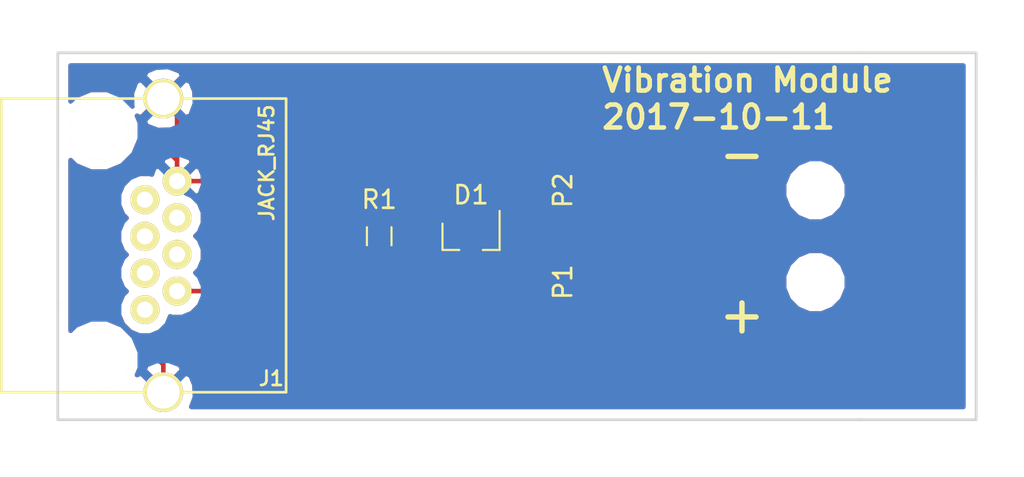
<source format=kicad_pcb>
(kicad_pcb (version 4) (host pcbnew 4.0.7)

  (general
    (links 8)
    (no_connects 0)
    (area 23.241 22.479 78.867001 48.895001)
    (thickness 1.6)
    (drawings 16)
    (tracks 27)
    (zones 0)
    (modules 7)
    (nets 3)
  )

  (page A4)
  (layers
    (0 F.Cu signal)
    (31 B.Cu signal)
    (32 B.Adhes user)
    (33 F.Adhes user)
    (34 B.Paste user)
    (35 F.Paste user)
    (36 B.SilkS user)
    (37 F.SilkS user)
    (38 B.Mask user)
    (39 F.Mask user)
    (40 Dwgs.User user)
    (41 Cmts.User user)
    (42 Eco1.User user)
    (43 Eco2.User user)
    (44 Edge.Cuts user)
    (45 Margin user)
    (46 B.CrtYd user)
    (47 F.CrtYd user)
    (48 B.Fab user)
    (49 F.Fab user)
  )

  (setup
    (last_trace_width 0.254)
    (user_trace_width 0.508)
    (user_trace_width 0.762)
    (trace_clearance 0.2032)
    (zone_clearance 0.508)
    (zone_45_only yes)
    (trace_min 0.2)
    (segment_width 0.2)
    (edge_width 0.15)
    (via_size 0.6604)
    (via_drill 0.3556)
    (via_min_size 0.4)
    (via_min_drill 0.3)
    (uvia_size 0.6604)
    (uvia_drill 0.3556)
    (uvias_allowed no)
    (uvia_min_size 0.2)
    (uvia_min_drill 0.1)
    (pcb_text_width 0.3)
    (pcb_text_size 1.5 1.5)
    (mod_edge_width 0.15)
    (mod_text_size 1 1)
    (mod_text_width 0.15)
    (pad_size 1.524 1.524)
    (pad_drill 0.762)
    (pad_to_mask_clearance 0.2)
    (aux_axis_origin 0 0)
    (visible_elements 7FFFFF7F)
    (pcbplotparams
      (layerselection 0x00030_80000001)
      (usegerberextensions false)
      (excludeedgelayer true)
      (linewidth 0.150000)
      (plotframeref false)
      (viasonmask false)
      (mode 1)
      (useauxorigin false)
      (hpglpennumber 1)
      (hpglpenspeed 20)
      (hpglpendiameter 15)
      (hpglpenoverlay 2)
      (psnegative false)
      (psa4output false)
      (plotreference true)
      (plotvalue true)
      (plotinvisibletext false)
      (padsonsilk false)
      (subtractmaskfromsilk false)
      (outputformat 1)
      (mirror false)
      (drillshape 1)
      (scaleselection 1)
      (outputdirectory ""))
  )

  (net 0 "")
  (net 1 GND)
  (net 2 "Net-(D1-Pad1)")

  (net_class Default "This is the default net class."
    (clearance 0.2032)
    (trace_width 0.254)
    (via_dia 0.6604)
    (via_drill 0.3556)
    (uvia_dia 0.6604)
    (uvia_drill 0.3556)
    (add_net GND)
    (add_net "Net-(D1-Pad1)")
  )

  (module Diodes_SMD:D_SOT-23_ANK (layer F.Cu) (tedit 59DEA3F3) (tstamp 59C416BD)
    (at 48.26 35.56 270)
    (descr "SOT-23, Single Diode")
    (tags SOT-23)
    (path /59C40E4B)
    (attr smd)
    (fp_text reference D1 (at -2.286 0 360) (layer F.SilkS)
      (effects (font (size 1 1) (thickness 0.15)))
    )
    (fp_text value D_Schottky (at 0 2.5 270) (layer F.Fab) hide
      (effects (font (size 1 1) (thickness 0.15)))
    )
    (fp_text user %R (at 0 -2.5 270) (layer F.Fab)
      (effects (font (size 1 1) (thickness 0.15)))
    )
    (fp_line (start -0.15 -0.45) (end -0.4 -0.45) (layer F.Fab) (width 0.1))
    (fp_line (start -0.15 -0.25) (end 0.15 -0.45) (layer F.Fab) (width 0.1))
    (fp_line (start -0.15 -0.65) (end -0.15 -0.25) (layer F.Fab) (width 0.1))
    (fp_line (start 0.15 -0.45) (end -0.15 -0.65) (layer F.Fab) (width 0.1))
    (fp_line (start 0.15 -0.45) (end 0.4 -0.45) (layer F.Fab) (width 0.1))
    (fp_line (start 0.15 -0.65) (end 0.15 -0.25) (layer F.Fab) (width 0.1))
    (fp_line (start 0.76 1.58) (end 0.76 0.65) (layer F.SilkS) (width 0.12))
    (fp_line (start 0.76 -1.58) (end 0.76 -0.65) (layer F.SilkS) (width 0.12))
    (fp_line (start 0.7 -1.52) (end 0.7 1.52) (layer F.Fab) (width 0.1))
    (fp_line (start -0.7 1.52) (end 0.7 1.52) (layer F.Fab) (width 0.1))
    (fp_line (start -1.7 -1.75) (end 1.7 -1.75) (layer F.CrtYd) (width 0.05))
    (fp_line (start 1.7 -1.75) (end 1.7 1.75) (layer F.CrtYd) (width 0.05))
    (fp_line (start 1.7 1.75) (end -1.7 1.75) (layer F.CrtYd) (width 0.05))
    (fp_line (start -1.7 1.75) (end -1.7 -1.75) (layer F.CrtYd) (width 0.05))
    (fp_line (start 0.76 -1.58) (end -1.4 -1.58) (layer F.SilkS) (width 0.12))
    (fp_line (start -0.7 -1.52) (end 0.7 -1.52) (layer F.Fab) (width 0.1))
    (fp_line (start -0.7 -1.52) (end -0.7 1.52) (layer F.Fab) (width 0.1))
    (fp_line (start 0.76 1.58) (end -0.7 1.58) (layer F.SilkS) (width 0.12))
    (pad 2 smd rect (at -1 -0.95 270) (size 0.9 0.8) (layers F.Cu F.Paste F.Mask)
      (net 1 GND))
    (pad "" smd rect (at -1 0.95 270) (size 0.9 0.8) (layers F.Cu F.Paste F.Mask))
    (pad 1 smd rect (at 1 0 270) (size 0.9 0.8) (layers F.Cu F.Paste F.Mask)
      (net 2 "Net-(D1-Pad1)"))
    (model ${KISYS3DMOD}/Diodes_SMD.3dshapes/D_SOT-23.wrl
      (at (xyz 0 0 0))
      (scale (xyz 1 1 1))
      (rotate (xyz 0 0 0))
    )
  )

  (module CA6:RJ45_pcbwing (layer F.Cu) (tedit 59DEA3E6) (tstamp 59C416D1)
    (at 30.099 36.068 270)
    (path /59C40B7A)
    (fp_text reference J1 (at 7.366 -7.112 360) (layer F.SilkS)
      (effects (font (size 0.8 0.8) (thickness 0.15)))
    )
    (fp_text value JACK_RJ45 (at -4.572 -6.858 270) (layer F.SilkS)
      (effects (font (size 0.8 0.8) (thickness 0.15)))
    )
    (fp_line (start -8.13 7.82) (end -8.13 -7.93) (layer F.SilkS) (width 0.14986))
    (fp_line (start -8.13 -7.93) (end 8.13 -7.93) (layer F.SilkS) (width 0.14986))
    (fp_line (start 8.13 -7.93) (end 8.13 7.82) (layer F.SilkS) (width 0.14986))
    (fp_line (start 8.13 7.82) (end -8.13 7.82) (layer F.SilkS) (width 0.14986))
    (pad 8 thru_hole circle (at -8.13 -1.14 270) (size 2.2 2.2) (drill 1.8) (layers *.Cu *.Mask F.SilkS)
      (net 1 GND))
    (pad 8 thru_hole circle (at 8.13 -1.14 270) (size 2.2 2.2) (drill 1.8) (layers *.Cu *.Mask F.SilkS)
      (net 1 GND))
    (pad "" np_thru_hole circle (at -6.35 2.42 270) (size 3.25 3.25) (drill 3.25) (layers *.Cu *.Mask F.SilkS))
    (pad "" np_thru_hole circle (at 6.35 2.42 270) (size 3.25 3.25) (drill 3.25) (layers *.Cu *.Mask F.SilkS))
    (pad 5 thru_hole circle (at -0.5 -0.12 270) (size 1.6 1.6) (drill 0.89) (layers *.Cu *.Mask F.SilkS))
    (pad 3 thru_hole circle (at 1.53 -0.12 270) (size 1.6 1.6) (drill 0.89) (layers *.Cu *.Mask F.SilkS))
    (pad 6 thru_hole circle (at -1.53 -1.9 270) (size 1.6 1.6) (drill 0.89) (layers *.Cu *.Mask F.SilkS))
    (pad 4 thru_hole circle (at 0.5 -1.9 270) (size 1.6 1.6) (drill 0.89) (layers *.Cu *.Mask F.SilkS))
    (pad 8 thru_hole circle (at -3.56 -1.9 270) (size 1.6 1.6) (drill 0.89) (layers *.Cu *.Mask F.SilkS)
      (net 1 GND))
    (pad 7 thru_hole circle (at -2.53 -0.12 270) (size 1.6 1.6) (drill 0.89) (layers *.Cu *.Mask F.SilkS))
    (pad 2 thru_hole circle (at 2.53 -1.9 270) (size 1.6 1.6) (drill 0.89) (layers *.Cu *.Mask F.SilkS)
      (net 2 "Net-(D1-Pad1)"))
    (pad 1 thru_hole circle (at 3.56 -0.12 270) (size 1.6 1.6) (drill 0.89) (layers *.Cu *.Mask F.SilkS))
  )

  (module Wire_Pads:SolderWirePad_single_SMD_5x10mm (layer F.Cu) (tedit 59DE965D) (tstamp 59C416EB)
    (at 57.15 38.1 90)
    (descr "Wire Pad, Square, SMD Pad,  5mm x 10mm,")
    (tags "MesurementPoint Square SMDPad 5mmx10mm ")
    (path /59C4105F)
    (attr smd)
    (fp_text reference P1 (at 0 -3.81 90) (layer F.SilkS)
      (effects (font (size 1 1) (thickness 0.15)))
    )
    (fp_text value C+ (at 0.762 6.35 180) (layer F.Fab)
      (effects (font (size 1 1) (thickness 0.15)))
    )
    (fp_line (start 2.75 -5.25) (end -2.75 -5.25) (layer F.CrtYd) (width 0.05))
    (fp_line (start 2.75 5.25) (end 2.75 -5.25) (layer F.CrtYd) (width 0.05))
    (fp_line (start -2.75 5.25) (end 2.75 5.25) (layer F.CrtYd) (width 0.05))
    (fp_line (start -2.75 -5.25) (end -2.75 5.25) (layer F.CrtYd) (width 0.05))
    (pad 1 smd rect (at 0 0 90) (size 3 10) (layers F.Cu F.Paste F.Mask)
      (net 2 "Net-(D1-Pad1)"))
  )

  (module Wire_Pads:SolderWirePad_single_SMD_5x10mm (layer F.Cu) (tedit 59DE9668) (tstamp 59C416F4)
    (at 57.15 33.02 90)
    (descr "Wire Pad, Square, SMD Pad,  5mm x 10mm,")
    (tags "MesurementPoint Square SMDPad 5mmx10mm ")
    (path /59C410A1)
    (attr smd)
    (fp_text reference P2 (at 0 -3.81 90) (layer F.SilkS)
      (effects (font (size 1 1) (thickness 0.15)))
    )
    (fp_text value C- (at -1.016 6.35 180) (layer F.Fab)
      (effects (font (size 1 1) (thickness 0.15)))
    )
    (fp_line (start 2.75 -5.25) (end -2.75 -5.25) (layer F.CrtYd) (width 0.05))
    (fp_line (start 2.75 5.25) (end 2.75 -5.25) (layer F.CrtYd) (width 0.05))
    (fp_line (start -2.75 5.25) (end 2.75 5.25) (layer F.CrtYd) (width 0.05))
    (fp_line (start -2.75 -5.25) (end -2.75 5.25) (layer F.CrtYd) (width 0.05))
    (pad 1 smd rect (at 0 0 90) (size 3 10) (layers F.Cu F.Paste F.Mask)
      (net 1 GND))
  )

  (module Resistors_SMD:R_0603 (layer F.Cu) (tedit 59DEA3EC) (tstamp 59C41705)
    (at 43.18 35.56 90)
    (descr "Resistor SMD 0603, reflow soldering, Vishay (see dcrcw.pdf)")
    (tags "resistor 0603")
    (path /59C40D7E)
    (attr smd)
    (fp_text reference R1 (at 2.032 0 180) (layer F.SilkS)
      (effects (font (size 1 1) (thickness 0.15)))
    )
    (fp_text value 1M (at 0 1.5 90) (layer F.Fab)
      (effects (font (size 1 1) (thickness 0.15)))
    )
    (fp_text user %R (at 0 0 90) (layer F.Fab)
      (effects (font (size 0.4 0.4) (thickness 0.075)))
    )
    (fp_line (start -0.8 0.4) (end -0.8 -0.4) (layer F.Fab) (width 0.1))
    (fp_line (start 0.8 0.4) (end -0.8 0.4) (layer F.Fab) (width 0.1))
    (fp_line (start 0.8 -0.4) (end 0.8 0.4) (layer F.Fab) (width 0.1))
    (fp_line (start -0.8 -0.4) (end 0.8 -0.4) (layer F.Fab) (width 0.1))
    (fp_line (start 0.5 0.68) (end -0.5 0.68) (layer F.SilkS) (width 0.12))
    (fp_line (start -0.5 -0.68) (end 0.5 -0.68) (layer F.SilkS) (width 0.12))
    (fp_line (start -1.25 -0.7) (end 1.25 -0.7) (layer F.CrtYd) (width 0.05))
    (fp_line (start -1.25 -0.7) (end -1.25 0.7) (layer F.CrtYd) (width 0.05))
    (fp_line (start 1.25 0.7) (end 1.25 -0.7) (layer F.CrtYd) (width 0.05))
    (fp_line (start 1.25 0.7) (end -1.25 0.7) (layer F.CrtYd) (width 0.05))
    (pad 1 smd rect (at -0.75 0 90) (size 0.5 0.9) (layers F.Cu F.Paste F.Mask)
      (net 2 "Net-(D1-Pad1)"))
    (pad 2 smd rect (at 0.75 0 90) (size 0.5 0.9) (layers F.Cu F.Paste F.Mask)
      (net 1 GND))
    (model ${KISYS3DMOD}/Resistors_SMD.3dshapes/R_0603.wrl
      (at (xyz 0 0 0))
      (scale (xyz 1 1 1))
      (rotate (xyz 0 0 0))
    )
  )

  (module Mounting_Holes:MountingHole_2.2mm_M2 (layer F.Cu) (tedit 59DE964C) (tstamp 59E3B5C7)
    (at 67.31 33.02)
    (descr "Mounting Hole 2.2mm, no annular, M2")
    (tags "mounting hole 2.2mm no annular m2")
    (attr virtual)
    (fp_text reference REF** (at 0 -3.2) (layer F.SilkS) hide
      (effects (font (size 1 1) (thickness 0.15)))
    )
    (fp_text value MountingHole_2.2mm_M2 (at 0 3.2) (layer F.Fab) hide
      (effects (font (size 1 1) (thickness 0.15)))
    )
    (fp_text user %R (at 0.3 0) (layer F.Fab) hide
      (effects (font (size 1 1) (thickness 0.15)))
    )
    (fp_circle (center 0 0) (end 2.2 0) (layer Cmts.User) (width 0.15))
    (fp_circle (center 0 0) (end 2.45 0) (layer F.CrtYd) (width 0.05))
    (pad 1 np_thru_hole circle (at 0 0) (size 2.2 2.2) (drill 2.2) (layers *.Cu *.Mask))
  )

  (module Mounting_Holes:MountingHole_2.2mm_M2 (layer F.Cu) (tedit 59DE9651) (tstamp 59E3B5D2)
    (at 67.31 38.1)
    (descr "Mounting Hole 2.2mm, no annular, M2")
    (tags "mounting hole 2.2mm no annular m2")
    (attr virtual)
    (fp_text reference REF** (at 0 -3.2) (layer F.SilkS) hide
      (effects (font (size 1 1) (thickness 0.15)))
    )
    (fp_text value MountingHole_2.2mm_M2 (at 0 3.2) (layer F.Fab) hide
      (effects (font (size 1 1) (thickness 0.15)))
    )
    (fp_text user %R (at 0.3 0) (layer F.Fab) hide
      (effects (font (size 1 1) (thickness 0.15)))
    )
    (fp_circle (center 0 0) (end 2.2 0) (layer Cmts.User) (width 0.15))
    (fp_circle (center 0 0) (end 2.45 0) (layer F.CrtYd) (width 0.05))
    (pad 1 np_thru_hole circle (at 0 0) (size 2.2 2.2) (drill 2.2) (layers *.Cu *.Mask))
  )

  (gr_line (start 25.4 25.4) (end 31.75 25.4) (angle 90) (layer Edge.Cuts) (width 0.15))
  (gr_line (start 25.4 31.75) (end 25.4 25.4) (angle 90) (layer Edge.Cuts) (width 0.15))
  (gr_line (start 25.4 45.72) (end 25.4 39.243) (angle 90) (layer Edge.Cuts) (width 0.15))
  (gr_line (start 31.75 45.72) (end 25.4 45.72) (angle 90) (layer Edge.Cuts) (width 0.15))
  (gr_line (start 69.977 25.4) (end 69.85 25.4) (angle 90) (layer Edge.Cuts) (width 0.15))
  (gr_line (start 76.2 25.4) (end 76.2 31.877) (angle 90) (layer Edge.Cuts) (width 0.15))
  (gr_line (start 69.977 25.4) (end 76.2 25.4) (angle 90) (layer Edge.Cuts) (width 0.15))
  (gr_line (start 76.2 45.72) (end 76.2 39.243) (angle 90) (layer Edge.Cuts) (width 0.15))
  (gr_line (start 69.723 45.72) (end 76.2 45.72) (angle 90) (layer Edge.Cuts) (width 0.15))
  (gr_text + (at 63.246 39.878) (layer F.SilkS)
    (effects (font (size 2.032 2.032) (thickness 0.3)))
  )
  (gr_text - (at 63.246 30.988) (layer F.SilkS)
    (effects (font (size 2.032 2.032) (thickness 0.3)))
  )
  (gr_line (start 25.4 31.75) (end 25.4 39.37) (angle 90) (layer Edge.Cuts) (width 0.15))
  (gr_line (start 76.2 31.75) (end 76.2 39.37) (angle 90) (layer Edge.Cuts) (width 0.15))
  (gr_text "Vibration Module\n2017-10-11" (at 55.372 27.94) (layer F.SilkS)
    (effects (font (size 1.27 1.27) (thickness 0.254)) (justify left))
  )
  (gr_line (start 69.85 45.72) (end 31.75 45.72) (angle 90) (layer Edge.Cuts) (width 0.15))
  (gr_line (start 31.75 25.4) (end 69.85 25.4) (angle 90) (layer Edge.Cuts) (width 0.15))

  (segment (start 31.239 44.198) (end 31.239 42.669) (width 0.254) (layer F.Cu) (net 1))
  (segment (start 31.496 30.861) (end 31.999 31.364) (width 0.254) (layer F.Cu) (net 1) (tstamp 59F72C75))
  (segment (start 29.845 30.861) (end 31.496 30.861) (width 0.254) (layer F.Cu) (net 1) (tstamp 59F72C74))
  (segment (start 27.813 32.893) (end 29.845 30.861) (width 0.254) (layer F.Cu) (net 1) (tstamp 59F72C73))
  (segment (start 27.813 38.1) (end 27.813 32.893) (width 0.254) (layer F.Cu) (net 1) (tstamp 59F72C72))
  (segment (start 27.94 38.227) (end 27.813 38.1) (width 0.254) (layer F.Cu) (net 1) (tstamp 59F72C71))
  (segment (start 27.94 39.37) (end 27.94 38.227) (width 0.254) (layer F.Cu) (net 1) (tstamp 59F72C70))
  (segment (start 31.239 42.669) (end 27.94 39.37) (width 0.254) (layer F.Cu) (net 1) (tstamp 59F72C6E))
  (segment (start 31.999 32.508) (end 40.878 32.508) (width 0.254) (layer F.Cu) (net 1))
  (segment (start 40.878 32.508) (end 43.18 34.81) (width 0.254) (layer F.Cu) (net 1) (tstamp 59F72C65))
  (segment (start 31.999 32.508) (end 31.999 31.364) (width 0.254) (layer F.Cu) (net 1))
  (segment (start 31.999 31.364) (end 31.999 28.698) (width 0.254) (layer F.Cu) (net 1) (tstamp 59F72C78))
  (segment (start 31.999 28.698) (end 31.239 27.938) (width 0.254) (layer F.Cu) (net 1) (tstamp 59F72C62))
  (segment (start 43.18 34.81) (end 43.18 34.417) (width 0.254) (layer F.Cu) (net 1))
  (segment (start 43.18 34.417) (end 44.577 33.02) (width 0.254) (layer F.Cu) (net 1) (tstamp 59F72C27))
  (segment (start 44.577 33.02) (end 50.927 33.02) (width 0.254) (layer F.Cu) (net 1) (tstamp 59F72C28))
  (segment (start 49.21 34.56) (end 49.387 34.56) (width 0.254) (layer F.Cu) (net 1))
  (segment (start 49.387 34.56) (end 50.927 33.02) (width 0.254) (layer F.Cu) (net 1) (tstamp 59F72C1E))
  (segment (start 50.927 33.02) (end 57.15 33.02) (width 0.254) (layer F.Cu) (net 1) (tstamp 59F72C1F))
  (segment (start 31.999 38.598) (end 41.285 38.598) (width 0.254) (layer F.Cu) (net 2))
  (segment (start 43.18 36.703) (end 43.18 36.31) (width 0.254) (layer F.Cu) (net 2) (tstamp 59F72C6B))
  (segment (start 41.285 38.598) (end 43.18 36.703) (width 0.254) (layer F.Cu) (net 2) (tstamp 59F72C69))
  (segment (start 43.18 36.31) (end 48.01 36.31) (width 0.254) (layer F.Cu) (net 2))
  (segment (start 48.01 36.31) (end 48.26 36.56) (width 0.254) (layer F.Cu) (net 2) (tstamp 59F72C2C))
  (segment (start 48.26 36.56) (end 48.26 37.846) (width 0.254) (layer F.Cu) (net 2))
  (segment (start 48.514 38.1) (end 57.15 38.1) (width 0.254) (layer F.Cu) (net 2) (tstamp 59F72C24))
  (segment (start 48.26 37.846) (end 48.514 38.1) (width 0.254) (layer F.Cu) (net 2) (tstamp 59F72C23))

  (zone (net 1) (net_name GND) (layer F.Cu) (tstamp 59F01AA1) (hatch edge 0.508)
    (connect_pads (clearance 0.508))
    (min_thickness 0.254)
    (fill yes (arc_segments 16) (thermal_gap 0.508) (thermal_bridge_width 0.508))
    (polygon
      (pts
        (xy 23.241 22.479) (xy 78.867 22.479) (xy 78.867 48.895) (xy 23.241 48.895) (xy 23.241 22.606)
      )
    )
    (filled_polygon
      (pts
        (xy 75.49 45.01) (xy 32.787172 45.01) (xy 32.984323 44.486407) (xy 32.961836 43.796547) (xy 32.741099 43.263641)
        (xy 32.463868 43.152737) (xy 31.418605 44.198) (xy 31.432748 44.212143) (xy 31.253143 44.391748) (xy 31.239 44.377605)
        (xy 31.224858 44.391748) (xy 31.045253 44.212143) (xy 31.059395 44.198) (xy 30.014132 43.152737) (xy 29.782531 43.245387)
        (xy 29.895581 42.973132) (xy 30.193737 42.973132) (xy 31.239 44.018395) (xy 32.284263 42.973132) (xy 32.173359 42.695901)
        (xy 31.527407 42.452677) (xy 30.837547 42.475164) (xy 30.304641 42.695901) (xy 30.193737 42.973132) (xy 29.895581 42.973132)
        (xy 29.938607 42.869514) (xy 29.939391 41.97043) (xy 29.596052 41.139485) (xy 28.960859 40.503182) (xy 28.130514 40.158393)
        (xy 27.23143 40.157609) (xy 26.400485 40.500948) (xy 26.11 40.790926) (xy 26.11 33.822187) (xy 28.783752 33.822187)
        (xy 29.001757 34.3498) (xy 29.204603 34.553001) (xy 29.003176 34.754077) (xy 28.78425 35.281309) (xy 28.783752 35.852187)
        (xy 29.001757 36.3798) (xy 29.204603 36.583001) (xy 29.003176 36.784077) (xy 28.78425 37.311309) (xy 28.783752 37.882187)
        (xy 29.001757 38.4098) (xy 29.204603 38.613001) (xy 29.003176 38.814077) (xy 28.78425 39.341309) (xy 28.783752 39.912187)
        (xy 29.001757 40.4398) (xy 29.405077 40.843824) (xy 29.932309 41.06275) (xy 30.503187 41.063248) (xy 31.0308 40.845243)
        (xy 31.434824 40.441923) (xy 31.620549 39.994648) (xy 31.712309 40.03275) (xy 32.283187 40.033248) (xy 32.8108 39.815243)
        (xy 33.214824 39.411923) (xy 33.236384 39.36) (xy 41.285 39.36) (xy 41.576605 39.301996) (xy 41.823815 39.136815)
        (xy 43.718816 37.241815) (xy 43.75786 37.183381) (xy 43.865317 37.163162) (xy 44.006987 37.072) (xy 47.224226 37.072)
        (xy 47.256838 37.245317) (xy 47.39591 37.461441) (xy 47.498 37.531196) (xy 47.498 37.846) (xy 47.556004 38.137605)
        (xy 47.593185 38.19325) (xy 47.721185 38.384815) (xy 47.975184 38.638815) (xy 48.128046 38.740954) (xy 48.222395 38.803996)
        (xy 48.514 38.862) (xy 51.50256 38.862) (xy 51.50256 39.6) (xy 51.546838 39.835317) (xy 51.68591 40.051441)
        (xy 51.89811 40.196431) (xy 52.15 40.24744) (xy 62.15 40.24744) (xy 62.385317 40.203162) (xy 62.601441 40.06409)
        (xy 62.746431 39.85189) (xy 62.79744 39.6) (xy 62.79744 38.443599) (xy 65.574699 38.443599) (xy 65.838281 39.081515)
        (xy 66.325918 39.570004) (xy 66.963373 39.834699) (xy 67.653599 39.835301) (xy 68.291515 39.571719) (xy 68.780004 39.084082)
        (xy 69.044699 38.446627) (xy 69.045301 37.756401) (xy 68.781719 37.118485) (xy 68.294082 36.629996) (xy 67.656627 36.365301)
        (xy 66.966401 36.364699) (xy 66.328485 36.628281) (xy 65.839996 37.115918) (xy 65.575301 37.753373) (xy 65.574699 38.443599)
        (xy 62.79744 38.443599) (xy 62.79744 36.6) (xy 62.753162 36.364683) (xy 62.61409 36.148559) (xy 62.40189 36.003569)
        (xy 62.15 35.95256) (xy 52.15 35.95256) (xy 51.914683 35.996838) (xy 51.698559 36.13591) (xy 51.553569 36.34811)
        (xy 51.50256 36.6) (xy 51.50256 37.338) (xy 49.204427 37.338) (xy 49.256431 37.26189) (xy 49.30744 37.01)
        (xy 49.30744 36.11) (xy 49.263162 35.874683) (xy 49.12409 35.658559) (xy 48.997314 35.571936) (xy 49.083 35.48625)
        (xy 49.083 34.687) (xy 49.337 34.687) (xy 49.337 35.48625) (xy 49.49575 35.645) (xy 49.73631 35.645)
        (xy 49.969699 35.548327) (xy 50.148327 35.369698) (xy 50.245 35.136309) (xy 50.245 34.84575) (xy 50.08625 34.687)
        (xy 49.337 34.687) (xy 49.083 34.687) (xy 49.063 34.687) (xy 49.063 34.433) (xy 49.083 34.433)
        (xy 49.083 33.63375) (xy 49.337 33.63375) (xy 49.337 34.433) (xy 50.08625 34.433) (xy 50.245 34.27425)
        (xy 50.245 33.983691) (xy 50.148327 33.750302) (xy 49.969699 33.571673) (xy 49.73631 33.475) (xy 49.49575 33.475)
        (xy 49.337 33.63375) (xy 49.083 33.63375) (xy 48.92425 33.475) (xy 48.68369 33.475) (xy 48.450301 33.571673)
        (xy 48.271673 33.750302) (xy 48.256577 33.786747) (xy 48.17409 33.658559) (xy 47.96189 33.513569) (xy 47.71 33.46256)
        (xy 46.91 33.46256) (xy 46.674683 33.506838) (xy 46.458559 33.64591) (xy 46.313569 33.85811) (xy 46.26256 34.11)
        (xy 46.26256 35.01) (xy 46.306838 35.245317) (xy 46.44591 35.461441) (xy 46.572593 35.548) (xy 44.040026 35.548)
        (xy 44.168327 35.419698) (xy 44.265 35.186309) (xy 44.265 35.09375) (xy 44.10625 34.935) (xy 43.307 34.935)
        (xy 43.307 34.957) (xy 43.053 34.957) (xy 43.053 34.935) (xy 42.25375 34.935) (xy 42.095 35.09375)
        (xy 42.095 35.186309) (xy 42.191673 35.419698) (xy 42.33291 35.560936) (xy 42.278559 35.59591) (xy 42.133569 35.80811)
        (xy 42.08256 36.06) (xy 42.08256 36.56) (xy 42.108343 36.697026) (xy 40.96937 37.836) (xy 33.23682 37.836)
        (xy 33.216243 37.7862) (xy 33.013397 37.582999) (xy 33.214824 37.381923) (xy 33.43375 36.854691) (xy 33.434248 36.283813)
        (xy 33.216243 35.7562) (xy 33.013397 35.552999) (xy 33.214824 35.351923) (xy 33.43375 34.824691) (xy 33.434091 34.433691)
        (xy 42.095 34.433691) (xy 42.095 34.52625) (xy 42.25375 34.685) (xy 43.053 34.685) (xy 43.053 34.08375)
        (xy 43.307 34.08375) (xy 43.307 34.685) (xy 44.10625 34.685) (xy 44.265 34.52625) (xy 44.265 34.433691)
        (xy 44.168327 34.200302) (xy 43.989699 34.021673) (xy 43.75631 33.925) (xy 43.46575 33.925) (xy 43.307 34.08375)
        (xy 43.053 34.08375) (xy 42.89425 33.925) (xy 42.60369 33.925) (xy 42.370301 34.021673) (xy 42.191673 34.200302)
        (xy 42.095 34.433691) (xy 33.434091 34.433691) (xy 33.434248 34.253813) (xy 33.216243 33.7262) (xy 32.812923 33.322176)
        (xy 32.506213 33.194819) (xy 31.999 32.687605) (xy 31.984858 32.701748) (xy 31.805253 32.522143) (xy 31.819395 32.508)
        (xy 32.178605 32.508) (xy 33.006745 33.336139) (xy 33.107634 33.30575) (xy 51.515 33.30575) (xy 51.515 34.646309)
        (xy 51.611673 34.879698) (xy 51.790301 35.058327) (xy 52.02369 35.155) (xy 56.86425 35.155) (xy 57.023 34.99625)
        (xy 57.023 33.147) (xy 57.277 33.147) (xy 57.277 34.99625) (xy 57.43575 35.155) (xy 62.27631 35.155)
        (xy 62.509699 35.058327) (xy 62.688327 34.879698) (xy 62.785 34.646309) (xy 62.785 33.363599) (xy 65.574699 33.363599)
        (xy 65.838281 34.001515) (xy 66.325918 34.490004) (xy 66.963373 34.754699) (xy 67.653599 34.755301) (xy 68.291515 34.491719)
        (xy 68.780004 34.004082) (xy 69.044699 33.366627) (xy 69.045301 32.676401) (xy 68.781719 32.038485) (xy 68.294082 31.549996)
        (xy 67.656627 31.285301) (xy 66.966401 31.284699) (xy 66.328485 31.548281) (xy 65.839996 32.035918) (xy 65.575301 32.673373)
        (xy 65.574699 33.363599) (xy 62.785 33.363599) (xy 62.785 33.30575) (xy 62.62625 33.147) (xy 57.277 33.147)
        (xy 57.023 33.147) (xy 51.67375 33.147) (xy 51.515 33.30575) (xy 33.107634 33.30575) (xy 33.252864 33.262005)
        (xy 33.445965 32.724777) (xy 33.418778 32.154546) (xy 33.252864 31.753995) (xy 33.006745 31.679861) (xy 32.178605 32.508)
        (xy 31.819395 32.508) (xy 30.991255 31.679861) (xy 30.745136 31.753995) (xy 30.604807 32.144406) (xy 30.505691 32.10325)
        (xy 29.934813 32.102752) (xy 29.4072 32.320757) (xy 29.003176 32.724077) (xy 28.78425 33.251309) (xy 28.783752 33.822187)
        (xy 26.11 33.822187) (xy 26.11 31.345175) (xy 26.397141 31.632818) (xy 27.227486 31.977607) (xy 28.12657 31.978391)
        (xy 28.957515 31.635052) (xy 29.092547 31.500255) (xy 31.170861 31.500255) (xy 31.999 32.328395) (xy 32.827139 31.500255)
        (xy 32.795041 31.393691) (xy 51.515 31.393691) (xy 51.515 32.73425) (xy 51.67375 32.893) (xy 57.023 32.893)
        (xy 57.023 31.04375) (xy 57.277 31.04375) (xy 57.277 32.893) (xy 62.62625 32.893) (xy 62.785 32.73425)
        (xy 62.785 31.393691) (xy 62.688327 31.160302) (xy 62.509699 30.981673) (xy 62.27631 30.885) (xy 57.43575 30.885)
        (xy 57.277 31.04375) (xy 57.023 31.04375) (xy 56.86425 30.885) (xy 52.02369 30.885) (xy 51.790301 30.981673)
        (xy 51.611673 31.160302) (xy 51.515 31.393691) (xy 32.795041 31.393691) (xy 32.753005 31.254136) (xy 32.215777 31.061035)
        (xy 31.645546 31.088222) (xy 31.244995 31.254136) (xy 31.170861 31.500255) (xy 29.092547 31.500255) (xy 29.593818 30.999859)
        (xy 29.938607 30.169514) (xy 29.939391 29.27043) (xy 29.894948 29.162868) (xy 30.193737 29.162868) (xy 30.304641 29.440099)
        (xy 30.950593 29.683323) (xy 31.640453 29.660836) (xy 32.173359 29.440099) (xy 32.284263 29.162868) (xy 31.239 28.117605)
        (xy 30.193737 29.162868) (xy 29.894948 29.162868) (xy 29.782439 28.890576) (xy 30.014132 28.983263) (xy 31.059395 27.938)
        (xy 31.418605 27.938) (xy 32.463868 28.983263) (xy 32.741099 28.872359) (xy 32.984323 28.226407) (xy 32.961836 27.536547)
        (xy 32.741099 27.003641) (xy 32.463868 26.892737) (xy 31.418605 27.938) (xy 31.059395 27.938) (xy 30.014132 26.892737)
        (xy 29.736901 27.003641) (xy 29.493677 27.649593) (xy 29.516164 28.339453) (xy 29.530327 28.373645) (xy 28.960859 27.803182)
        (xy 28.130514 27.458393) (xy 27.23143 27.457609) (xy 26.400485 27.800948) (xy 26.11 28.090926) (xy 26.11 26.713132)
        (xy 30.193737 26.713132) (xy 31.239 27.758395) (xy 32.284263 26.713132) (xy 32.173359 26.435901) (xy 31.527407 26.192677)
        (xy 30.837547 26.215164) (xy 30.304641 26.435901) (xy 30.193737 26.713132) (xy 26.11 26.713132) (xy 26.11 26.11)
        (xy 75.49 26.11)
      )
    )
  )
  (zone (net 1) (net_name GND) (layer B.Cu) (tstamp 59F01AC0) (hatch edge 0.508)
    (connect_pads (clearance 0.508))
    (min_thickness 0.254)
    (fill yes (arc_segments 16) (thermal_gap 0.508) (thermal_bridge_width 0.508))
    (polygon
      (pts
        (xy 23.749 23.495) (xy 77.089 23.495) (xy 77.089 47.498) (xy 23.622 47.498) (xy 23.622 23.495)
        (xy 23.876 23.495)
      )
    )
    (filled_polygon
      (pts
        (xy 75.49 45.01) (xy 32.787172 45.01) (xy 32.984323 44.486407) (xy 32.961836 43.796547) (xy 32.741099 43.263641)
        (xy 32.463868 43.152737) (xy 31.418605 44.198) (xy 31.432748 44.212143) (xy 31.253143 44.391748) (xy 31.239 44.377605)
        (xy 31.224858 44.391748) (xy 31.045253 44.212143) (xy 31.059395 44.198) (xy 30.014132 43.152737) (xy 29.782531 43.245387)
        (xy 29.895581 42.973132) (xy 30.193737 42.973132) (xy 31.239 44.018395) (xy 32.284263 42.973132) (xy 32.173359 42.695901)
        (xy 31.527407 42.452677) (xy 30.837547 42.475164) (xy 30.304641 42.695901) (xy 30.193737 42.973132) (xy 29.895581 42.973132)
        (xy 29.938607 42.869514) (xy 29.939391 41.97043) (xy 29.596052 41.139485) (xy 28.960859 40.503182) (xy 28.130514 40.158393)
        (xy 27.23143 40.157609) (xy 26.400485 40.500948) (xy 26.11 40.790926) (xy 26.11 33.822187) (xy 28.783752 33.822187)
        (xy 29.001757 34.3498) (xy 29.204603 34.553001) (xy 29.003176 34.754077) (xy 28.78425 35.281309) (xy 28.783752 35.852187)
        (xy 29.001757 36.3798) (xy 29.204603 36.583001) (xy 29.003176 36.784077) (xy 28.78425 37.311309) (xy 28.783752 37.882187)
        (xy 29.001757 38.4098) (xy 29.204603 38.613001) (xy 29.003176 38.814077) (xy 28.78425 39.341309) (xy 28.783752 39.912187)
        (xy 29.001757 40.4398) (xy 29.405077 40.843824) (xy 29.932309 41.06275) (xy 30.503187 41.063248) (xy 31.0308 40.845243)
        (xy 31.434824 40.441923) (xy 31.620549 39.994648) (xy 31.712309 40.03275) (xy 32.283187 40.033248) (xy 32.8108 39.815243)
        (xy 33.214824 39.411923) (xy 33.43375 38.884691) (xy 33.434134 38.443599) (xy 65.574699 38.443599) (xy 65.838281 39.081515)
        (xy 66.325918 39.570004) (xy 66.963373 39.834699) (xy 67.653599 39.835301) (xy 68.291515 39.571719) (xy 68.780004 39.084082)
        (xy 69.044699 38.446627) (xy 69.045301 37.756401) (xy 68.781719 37.118485) (xy 68.294082 36.629996) (xy 67.656627 36.365301)
        (xy 66.966401 36.364699) (xy 66.328485 36.628281) (xy 65.839996 37.115918) (xy 65.575301 37.753373) (xy 65.574699 38.443599)
        (xy 33.434134 38.443599) (xy 33.434248 38.313813) (xy 33.216243 37.7862) (xy 33.013397 37.582999) (xy 33.214824 37.381923)
        (xy 33.43375 36.854691) (xy 33.434248 36.283813) (xy 33.216243 35.7562) (xy 33.013397 35.552999) (xy 33.214824 35.351923)
        (xy 33.43375 34.824691) (xy 33.434248 34.253813) (xy 33.216243 33.7262) (xy 32.854274 33.363599) (xy 65.574699 33.363599)
        (xy 65.838281 34.001515) (xy 66.325918 34.490004) (xy 66.963373 34.754699) (xy 67.653599 34.755301) (xy 68.291515 34.491719)
        (xy 68.780004 34.004082) (xy 69.044699 33.366627) (xy 69.045301 32.676401) (xy 68.781719 32.038485) (xy 68.294082 31.549996)
        (xy 67.656627 31.285301) (xy 66.966401 31.284699) (xy 66.328485 31.548281) (xy 65.839996 32.035918) (xy 65.575301 32.673373)
        (xy 65.574699 33.363599) (xy 32.854274 33.363599) (xy 32.812923 33.322176) (xy 32.506213 33.194819) (xy 31.999 32.687605)
        (xy 31.984858 32.701748) (xy 31.805253 32.522143) (xy 31.819395 32.508) (xy 32.178605 32.508) (xy 33.006745 33.336139)
        (xy 33.252864 33.262005) (xy 33.445965 32.724777) (xy 33.418778 32.154546) (xy 33.252864 31.753995) (xy 33.006745 31.679861)
        (xy 32.178605 32.508) (xy 31.819395 32.508) (xy 30.991255 31.679861) (xy 30.745136 31.753995) (xy 30.604807 32.144406)
        (xy 30.505691 32.10325) (xy 29.934813 32.102752) (xy 29.4072 32.320757) (xy 29.003176 32.724077) (xy 28.78425 33.251309)
        (xy 28.783752 33.822187) (xy 26.11 33.822187) (xy 26.11 31.345175) (xy 26.397141 31.632818) (xy 27.227486 31.977607)
        (xy 28.12657 31.978391) (xy 28.957515 31.635052) (xy 29.092547 31.500255) (xy 31.170861 31.500255) (xy 31.999 32.328395)
        (xy 32.827139 31.500255) (xy 32.753005 31.254136) (xy 32.215777 31.061035) (xy 31.645546 31.088222) (xy 31.244995 31.254136)
        (xy 31.170861 31.500255) (xy 29.092547 31.500255) (xy 29.593818 30.999859) (xy 29.938607 30.169514) (xy 29.939391 29.27043)
        (xy 29.894948 29.162868) (xy 30.193737 29.162868) (xy 30.304641 29.440099) (xy 30.950593 29.683323) (xy 31.640453 29.660836)
        (xy 32.173359 29.440099) (xy 32.284263 29.162868) (xy 31.239 28.117605) (xy 30.193737 29.162868) (xy 29.894948 29.162868)
        (xy 29.782439 28.890576) (xy 30.014132 28.983263) (xy 31.059395 27.938) (xy 31.418605 27.938) (xy 32.463868 28.983263)
        (xy 32.741099 28.872359) (xy 32.984323 28.226407) (xy 32.961836 27.536547) (xy 32.741099 27.003641) (xy 32.463868 26.892737)
        (xy 31.418605 27.938) (xy 31.059395 27.938) (xy 30.014132 26.892737) (xy 29.736901 27.003641) (xy 29.493677 27.649593)
        (xy 29.516164 28.339453) (xy 29.530327 28.373645) (xy 28.960859 27.803182) (xy 28.130514 27.458393) (xy 27.23143 27.457609)
        (xy 26.400485 27.800948) (xy 26.11 28.090926) (xy 26.11 26.713132) (xy 30.193737 26.713132) (xy 31.239 27.758395)
        (xy 32.284263 26.713132) (xy 32.173359 26.435901) (xy 31.527407 26.192677) (xy 30.837547 26.215164) (xy 30.304641 26.435901)
        (xy 30.193737 26.713132) (xy 26.11 26.713132) (xy 26.11 26.11) (xy 75.49 26.11)
      )
    )
  )
)

</source>
